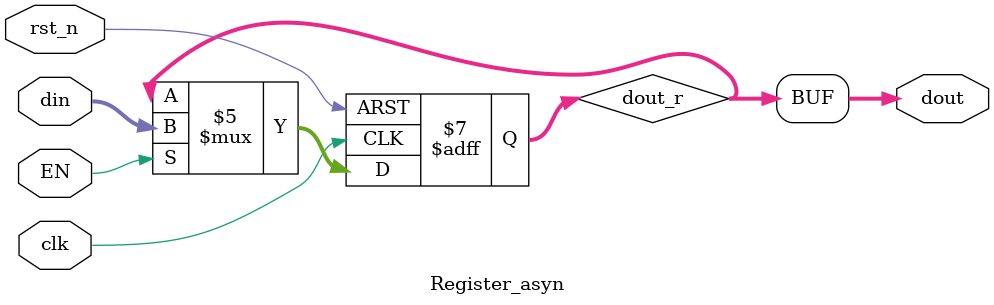
<source format=v>
`timescale 1ns / 1ps


module Register_asyn #(
    parameter width = 32
)
(
    input clk,
    input rst_n,
    input [width-1:0] din,
    output [width-1:0] dout,
    input EN
);

    reg [width-1:0] dout_r;
    assign dout = dout_r;

    always @(posedge clk or negedge rst_n) begin
        if (!rst_n) begin
            dout_r <= 32'b0;
        end
        else begin
            if (EN == 1'b1) begin
                dout_r <= din;
            end
            else begin
                dout_r <= dout_r;
            end
        end
    end

endmodule

</source>
